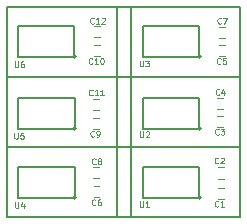
<source format=gbr>
G04 #@! TF.FileFunction,Legend,Top*
%FSLAX46Y46*%
G04 Gerber Fmt 4.6, Leading zero omitted, Abs format (unit mm)*
G04 Created by KiCad (PCBNEW 4.0.7-e2-6376~58~ubuntu16.04.1) date Tue Jul 31 21:03:08 2018*
%MOMM*%
%LPD*%
G01*
G04 APERTURE LIST*
%ADD10C,0.100000*%
%ADD11C,0.200000*%
%ADD12C,0.150000*%
%ADD13C,0.120000*%
G04 APERTURE END LIST*
D10*
D11*
X133080000Y-101110000D02*
X152830000Y-101110000D01*
X152830000Y-95160000D02*
X152830000Y-95140000D01*
X133080000Y-95160000D02*
X152830000Y-95160000D01*
X143610000Y-107060000D02*
X143610000Y-89240000D01*
X142390000Y-89230000D02*
X142390000Y-107070000D01*
X133080000Y-89240000D02*
X133080000Y-89330000D01*
X152830000Y-89240000D02*
X133080000Y-89240000D01*
X152830000Y-107070000D02*
X152830000Y-89240000D01*
X133080000Y-107070000D02*
X152830000Y-107070000D01*
X133080000Y-89340000D02*
X133080000Y-107070000D01*
D12*
X149487475Y-105400000D02*
G75*
G03X149487475Y-105400000I-127475J0D01*
G01*
X148560000Y-105400000D02*
X144560000Y-105400000D01*
X144560000Y-105400000D02*
X144560000Y-102800000D01*
X144560000Y-102800000D02*
X149360000Y-102800000D01*
X149360000Y-102800000D02*
X149360000Y-105400000D01*
X149360000Y-105400000D02*
X148560000Y-105400000D01*
D13*
X151420000Y-104560000D02*
X150920000Y-104560000D01*
X150920000Y-105500000D02*
X151420000Y-105500000D01*
X151420000Y-102830000D02*
X150920000Y-102830000D01*
X150920000Y-103770000D02*
X151420000Y-103770000D01*
X151350000Y-98480000D02*
X150850000Y-98480000D01*
X150850000Y-99420000D02*
X151350000Y-99420000D01*
X151350000Y-96980000D02*
X150850000Y-96980000D01*
X150850000Y-97920000D02*
X151350000Y-97920000D01*
X151530000Y-92480000D02*
X151030000Y-92480000D01*
X151030000Y-93420000D02*
X151530000Y-93420000D01*
X140900000Y-104420000D02*
X140400000Y-104420000D01*
X140400000Y-105360000D02*
X140900000Y-105360000D01*
X151530000Y-90900000D02*
X151030000Y-90900000D01*
X151030000Y-91840000D02*
X151530000Y-91840000D01*
X140880000Y-102820000D02*
X140380000Y-102820000D01*
X140380000Y-103760000D02*
X140880000Y-103760000D01*
X140890000Y-98610000D02*
X140390000Y-98610000D01*
X140390000Y-99550000D02*
X140890000Y-99550000D01*
X140930000Y-92470000D02*
X140430000Y-92470000D01*
X140430000Y-93410000D02*
X140930000Y-93410000D01*
X140890000Y-97010000D02*
X140390000Y-97010000D01*
X140390000Y-97950000D02*
X140890000Y-97950000D01*
X140940000Y-90870000D02*
X140440000Y-90870000D01*
X140440000Y-91810000D02*
X140940000Y-91810000D01*
D12*
X149487475Y-99540000D02*
G75*
G03X149487475Y-99540000I-127475J0D01*
G01*
X148560000Y-99540000D02*
X144560000Y-99540000D01*
X144560000Y-99540000D02*
X144560000Y-96940000D01*
X144560000Y-96940000D02*
X149360000Y-96940000D01*
X149360000Y-96940000D02*
X149360000Y-99540000D01*
X149360000Y-99540000D02*
X148560000Y-99540000D01*
X149487475Y-93450000D02*
G75*
G03X149487475Y-93450000I-127475J0D01*
G01*
X148560000Y-93450000D02*
X144560000Y-93450000D01*
X144560000Y-93450000D02*
X144560000Y-90850000D01*
X144560000Y-90850000D02*
X149360000Y-90850000D01*
X149360000Y-90850000D02*
X149360000Y-93450000D01*
X149360000Y-93450000D02*
X148560000Y-93450000D01*
X138917475Y-105390000D02*
G75*
G03X138917475Y-105390000I-127475J0D01*
G01*
X137990000Y-105390000D02*
X133990000Y-105390000D01*
X133990000Y-105390000D02*
X133990000Y-102790000D01*
X133990000Y-102790000D02*
X138790000Y-102790000D01*
X138790000Y-102790000D02*
X138790000Y-105390000D01*
X138790000Y-105390000D02*
X137990000Y-105390000D01*
X138917475Y-99540000D02*
G75*
G03X138917475Y-99540000I-127475J0D01*
G01*
X137990000Y-99540000D02*
X133990000Y-99540000D01*
X133990000Y-99540000D02*
X133990000Y-96940000D01*
X133990000Y-96940000D02*
X138790000Y-96940000D01*
X138790000Y-96940000D02*
X138790000Y-99540000D01*
X138790000Y-99540000D02*
X137990000Y-99540000D01*
X138897475Y-93450000D02*
G75*
G03X138897475Y-93450000I-127475J0D01*
G01*
X137970000Y-93450000D02*
X133970000Y-93450000D01*
X133970000Y-93450000D02*
X133970000Y-90850000D01*
X133970000Y-90850000D02*
X138770000Y-90850000D01*
X138770000Y-90850000D02*
X138770000Y-93450000D01*
X138770000Y-93450000D02*
X137970000Y-93450000D01*
D10*
X144319048Y-105666190D02*
X144319048Y-106070952D01*
X144342857Y-106118571D01*
X144366667Y-106142381D01*
X144414286Y-106166190D01*
X144509524Y-106166190D01*
X144557143Y-106142381D01*
X144580952Y-106118571D01*
X144604762Y-106070952D01*
X144604762Y-105666190D01*
X145104762Y-106166190D02*
X144819048Y-106166190D01*
X144961905Y-106166190D02*
X144961905Y-105666190D01*
X144914286Y-105737619D01*
X144866667Y-105785238D01*
X144819048Y-105809048D01*
X150976667Y-106108571D02*
X150952857Y-106132381D01*
X150881429Y-106156190D01*
X150833810Y-106156190D01*
X150762381Y-106132381D01*
X150714762Y-106084762D01*
X150690953Y-106037143D01*
X150667143Y-105941905D01*
X150667143Y-105870476D01*
X150690953Y-105775238D01*
X150714762Y-105727619D01*
X150762381Y-105680000D01*
X150833810Y-105656190D01*
X150881429Y-105656190D01*
X150952857Y-105680000D01*
X150976667Y-105703810D01*
X151452857Y-106156190D02*
X151167143Y-106156190D01*
X151310000Y-106156190D02*
X151310000Y-105656190D01*
X151262381Y-105727619D01*
X151214762Y-105775238D01*
X151167143Y-105799048D01*
X150976667Y-102448571D02*
X150952857Y-102472381D01*
X150881429Y-102496190D01*
X150833810Y-102496190D01*
X150762381Y-102472381D01*
X150714762Y-102424762D01*
X150690953Y-102377143D01*
X150667143Y-102281905D01*
X150667143Y-102210476D01*
X150690953Y-102115238D01*
X150714762Y-102067619D01*
X150762381Y-102020000D01*
X150833810Y-101996190D01*
X150881429Y-101996190D01*
X150952857Y-102020000D01*
X150976667Y-102043810D01*
X151167143Y-102043810D02*
X151190953Y-102020000D01*
X151238572Y-101996190D01*
X151357619Y-101996190D01*
X151405238Y-102020000D01*
X151429048Y-102043810D01*
X151452857Y-102091429D01*
X151452857Y-102139048D01*
X151429048Y-102210476D01*
X151143334Y-102496190D01*
X151452857Y-102496190D01*
X151006667Y-99998571D02*
X150982857Y-100022381D01*
X150911429Y-100046190D01*
X150863810Y-100046190D01*
X150792381Y-100022381D01*
X150744762Y-99974762D01*
X150720953Y-99927143D01*
X150697143Y-99831905D01*
X150697143Y-99760476D01*
X150720953Y-99665238D01*
X150744762Y-99617619D01*
X150792381Y-99570000D01*
X150863810Y-99546190D01*
X150911429Y-99546190D01*
X150982857Y-99570000D01*
X151006667Y-99593810D01*
X151173334Y-99546190D02*
X151482857Y-99546190D01*
X151316191Y-99736667D01*
X151387619Y-99736667D01*
X151435238Y-99760476D01*
X151459048Y-99784286D01*
X151482857Y-99831905D01*
X151482857Y-99950952D01*
X151459048Y-99998571D01*
X151435238Y-100022381D01*
X151387619Y-100046190D01*
X151244762Y-100046190D01*
X151197143Y-100022381D01*
X151173334Y-99998571D01*
X151036667Y-96638571D02*
X151012857Y-96662381D01*
X150941429Y-96686190D01*
X150893810Y-96686190D01*
X150822381Y-96662381D01*
X150774762Y-96614762D01*
X150750953Y-96567143D01*
X150727143Y-96471905D01*
X150727143Y-96400476D01*
X150750953Y-96305238D01*
X150774762Y-96257619D01*
X150822381Y-96210000D01*
X150893810Y-96186190D01*
X150941429Y-96186190D01*
X151012857Y-96210000D01*
X151036667Y-96233810D01*
X151465238Y-96352857D02*
X151465238Y-96686190D01*
X151346191Y-96162381D02*
X151227143Y-96519524D01*
X151536667Y-96519524D01*
X151156667Y-94018571D02*
X151132857Y-94042381D01*
X151061429Y-94066190D01*
X151013810Y-94066190D01*
X150942381Y-94042381D01*
X150894762Y-93994762D01*
X150870953Y-93947143D01*
X150847143Y-93851905D01*
X150847143Y-93780476D01*
X150870953Y-93685238D01*
X150894762Y-93637619D01*
X150942381Y-93590000D01*
X151013810Y-93566190D01*
X151061429Y-93566190D01*
X151132857Y-93590000D01*
X151156667Y-93613810D01*
X151609048Y-93566190D02*
X151370953Y-93566190D01*
X151347143Y-93804286D01*
X151370953Y-93780476D01*
X151418572Y-93756667D01*
X151537619Y-93756667D01*
X151585238Y-93780476D01*
X151609048Y-93804286D01*
X151632857Y-93851905D01*
X151632857Y-93970952D01*
X151609048Y-94018571D01*
X151585238Y-94042381D01*
X151537619Y-94066190D01*
X151418572Y-94066190D01*
X151370953Y-94042381D01*
X151347143Y-94018571D01*
X140546667Y-105988571D02*
X140522857Y-106012381D01*
X140451429Y-106036190D01*
X140403810Y-106036190D01*
X140332381Y-106012381D01*
X140284762Y-105964762D01*
X140260953Y-105917143D01*
X140237143Y-105821905D01*
X140237143Y-105750476D01*
X140260953Y-105655238D01*
X140284762Y-105607619D01*
X140332381Y-105560000D01*
X140403810Y-105536190D01*
X140451429Y-105536190D01*
X140522857Y-105560000D01*
X140546667Y-105583810D01*
X140975238Y-105536190D02*
X140880000Y-105536190D01*
X140832381Y-105560000D01*
X140808572Y-105583810D01*
X140760953Y-105655238D01*
X140737143Y-105750476D01*
X140737143Y-105940952D01*
X140760953Y-105988571D01*
X140784762Y-106012381D01*
X140832381Y-106036190D01*
X140927619Y-106036190D01*
X140975238Y-106012381D01*
X140999048Y-105988571D01*
X141022857Y-105940952D01*
X141022857Y-105821905D01*
X140999048Y-105774286D01*
X140975238Y-105750476D01*
X140927619Y-105726667D01*
X140832381Y-105726667D01*
X140784762Y-105750476D01*
X140760953Y-105774286D01*
X140737143Y-105821905D01*
X151196667Y-90608571D02*
X151172857Y-90632381D01*
X151101429Y-90656190D01*
X151053810Y-90656190D01*
X150982381Y-90632381D01*
X150934762Y-90584762D01*
X150910953Y-90537143D01*
X150887143Y-90441905D01*
X150887143Y-90370476D01*
X150910953Y-90275238D01*
X150934762Y-90227619D01*
X150982381Y-90180000D01*
X151053810Y-90156190D01*
X151101429Y-90156190D01*
X151172857Y-90180000D01*
X151196667Y-90203810D01*
X151363334Y-90156190D02*
X151696667Y-90156190D01*
X151482381Y-90656190D01*
X140566667Y-102508571D02*
X140542857Y-102532381D01*
X140471429Y-102556190D01*
X140423810Y-102556190D01*
X140352381Y-102532381D01*
X140304762Y-102484762D01*
X140280953Y-102437143D01*
X140257143Y-102341905D01*
X140257143Y-102270476D01*
X140280953Y-102175238D01*
X140304762Y-102127619D01*
X140352381Y-102080000D01*
X140423810Y-102056190D01*
X140471429Y-102056190D01*
X140542857Y-102080000D01*
X140566667Y-102103810D01*
X140852381Y-102270476D02*
X140804762Y-102246667D01*
X140780953Y-102222857D01*
X140757143Y-102175238D01*
X140757143Y-102151429D01*
X140780953Y-102103810D01*
X140804762Y-102080000D01*
X140852381Y-102056190D01*
X140947619Y-102056190D01*
X140995238Y-102080000D01*
X141019048Y-102103810D01*
X141042857Y-102151429D01*
X141042857Y-102175238D01*
X141019048Y-102222857D01*
X140995238Y-102246667D01*
X140947619Y-102270476D01*
X140852381Y-102270476D01*
X140804762Y-102294286D01*
X140780953Y-102318095D01*
X140757143Y-102365714D01*
X140757143Y-102460952D01*
X140780953Y-102508571D01*
X140804762Y-102532381D01*
X140852381Y-102556190D01*
X140947619Y-102556190D01*
X140995238Y-102532381D01*
X141019048Y-102508571D01*
X141042857Y-102460952D01*
X141042857Y-102365714D01*
X141019048Y-102318095D01*
X140995238Y-102294286D01*
X140947619Y-102270476D01*
X140446667Y-100188571D02*
X140422857Y-100212381D01*
X140351429Y-100236190D01*
X140303810Y-100236190D01*
X140232381Y-100212381D01*
X140184762Y-100164762D01*
X140160953Y-100117143D01*
X140137143Y-100021905D01*
X140137143Y-99950476D01*
X140160953Y-99855238D01*
X140184762Y-99807619D01*
X140232381Y-99760000D01*
X140303810Y-99736190D01*
X140351429Y-99736190D01*
X140422857Y-99760000D01*
X140446667Y-99783810D01*
X140684762Y-100236190D02*
X140780000Y-100236190D01*
X140827619Y-100212381D01*
X140851429Y-100188571D01*
X140899048Y-100117143D01*
X140922857Y-100021905D01*
X140922857Y-99831429D01*
X140899048Y-99783810D01*
X140875238Y-99760000D01*
X140827619Y-99736190D01*
X140732381Y-99736190D01*
X140684762Y-99760000D01*
X140660953Y-99783810D01*
X140637143Y-99831429D01*
X140637143Y-99950476D01*
X140660953Y-99998095D01*
X140684762Y-100021905D01*
X140732381Y-100045714D01*
X140827619Y-100045714D01*
X140875238Y-100021905D01*
X140899048Y-99998095D01*
X140922857Y-99950476D01*
X140308572Y-94018571D02*
X140284762Y-94042381D01*
X140213334Y-94066190D01*
X140165715Y-94066190D01*
X140094286Y-94042381D01*
X140046667Y-93994762D01*
X140022858Y-93947143D01*
X139999048Y-93851905D01*
X139999048Y-93780476D01*
X140022858Y-93685238D01*
X140046667Y-93637619D01*
X140094286Y-93590000D01*
X140165715Y-93566190D01*
X140213334Y-93566190D01*
X140284762Y-93590000D01*
X140308572Y-93613810D01*
X140784762Y-94066190D02*
X140499048Y-94066190D01*
X140641905Y-94066190D02*
X140641905Y-93566190D01*
X140594286Y-93637619D01*
X140546667Y-93685238D01*
X140499048Y-93709048D01*
X141094286Y-93566190D02*
X141141905Y-93566190D01*
X141189524Y-93590000D01*
X141213333Y-93613810D01*
X141237143Y-93661429D01*
X141260952Y-93756667D01*
X141260952Y-93875714D01*
X141237143Y-93970952D01*
X141213333Y-94018571D01*
X141189524Y-94042381D01*
X141141905Y-94066190D01*
X141094286Y-94066190D01*
X141046667Y-94042381D01*
X141022857Y-94018571D01*
X140999048Y-93970952D01*
X140975238Y-93875714D01*
X140975238Y-93756667D01*
X140999048Y-93661429D01*
X141022857Y-93613810D01*
X141046667Y-93590000D01*
X141094286Y-93566190D01*
X140318572Y-96688571D02*
X140294762Y-96712381D01*
X140223334Y-96736190D01*
X140175715Y-96736190D01*
X140104286Y-96712381D01*
X140056667Y-96664762D01*
X140032858Y-96617143D01*
X140009048Y-96521905D01*
X140009048Y-96450476D01*
X140032858Y-96355238D01*
X140056667Y-96307619D01*
X140104286Y-96260000D01*
X140175715Y-96236190D01*
X140223334Y-96236190D01*
X140294762Y-96260000D01*
X140318572Y-96283810D01*
X140794762Y-96736190D02*
X140509048Y-96736190D01*
X140651905Y-96736190D02*
X140651905Y-96236190D01*
X140604286Y-96307619D01*
X140556667Y-96355238D01*
X140509048Y-96379048D01*
X141270952Y-96736190D02*
X140985238Y-96736190D01*
X141128095Y-96736190D02*
X141128095Y-96236190D01*
X141080476Y-96307619D01*
X141032857Y-96355238D01*
X140985238Y-96379048D01*
X140428572Y-90598571D02*
X140404762Y-90622381D01*
X140333334Y-90646190D01*
X140285715Y-90646190D01*
X140214286Y-90622381D01*
X140166667Y-90574762D01*
X140142858Y-90527143D01*
X140119048Y-90431905D01*
X140119048Y-90360476D01*
X140142858Y-90265238D01*
X140166667Y-90217619D01*
X140214286Y-90170000D01*
X140285715Y-90146190D01*
X140333334Y-90146190D01*
X140404762Y-90170000D01*
X140428572Y-90193810D01*
X140904762Y-90646190D02*
X140619048Y-90646190D01*
X140761905Y-90646190D02*
X140761905Y-90146190D01*
X140714286Y-90217619D01*
X140666667Y-90265238D01*
X140619048Y-90289048D01*
X141095238Y-90193810D02*
X141119048Y-90170000D01*
X141166667Y-90146190D01*
X141285714Y-90146190D01*
X141333333Y-90170000D01*
X141357143Y-90193810D01*
X141380952Y-90241429D01*
X141380952Y-90289048D01*
X141357143Y-90360476D01*
X141071429Y-90646190D01*
X141380952Y-90646190D01*
X144329048Y-99786190D02*
X144329048Y-100190952D01*
X144352857Y-100238571D01*
X144376667Y-100262381D01*
X144424286Y-100286190D01*
X144519524Y-100286190D01*
X144567143Y-100262381D01*
X144590952Y-100238571D01*
X144614762Y-100190952D01*
X144614762Y-99786190D01*
X144829048Y-99833810D02*
X144852858Y-99810000D01*
X144900477Y-99786190D01*
X145019524Y-99786190D01*
X145067143Y-99810000D01*
X145090953Y-99833810D01*
X145114762Y-99881429D01*
X145114762Y-99929048D01*
X145090953Y-100000476D01*
X144805239Y-100286190D01*
X145114762Y-100286190D01*
X144319048Y-93786190D02*
X144319048Y-94190952D01*
X144342857Y-94238571D01*
X144366667Y-94262381D01*
X144414286Y-94286190D01*
X144509524Y-94286190D01*
X144557143Y-94262381D01*
X144580952Y-94238571D01*
X144604762Y-94190952D01*
X144604762Y-93786190D01*
X144795239Y-93786190D02*
X145104762Y-93786190D01*
X144938096Y-93976667D01*
X145009524Y-93976667D01*
X145057143Y-94000476D01*
X145080953Y-94024286D01*
X145104762Y-94071905D01*
X145104762Y-94190952D01*
X145080953Y-94238571D01*
X145057143Y-94262381D01*
X145009524Y-94286190D01*
X144866667Y-94286190D01*
X144819048Y-94262381D01*
X144795239Y-94238571D01*
X133749048Y-105766190D02*
X133749048Y-106170952D01*
X133772857Y-106218571D01*
X133796667Y-106242381D01*
X133844286Y-106266190D01*
X133939524Y-106266190D01*
X133987143Y-106242381D01*
X134010952Y-106218571D01*
X134034762Y-106170952D01*
X134034762Y-105766190D01*
X134487143Y-105932857D02*
X134487143Y-106266190D01*
X134368096Y-105742381D02*
X134249048Y-106099524D01*
X134558572Y-106099524D01*
X133699048Y-99906190D02*
X133699048Y-100310952D01*
X133722857Y-100358571D01*
X133746667Y-100382381D01*
X133794286Y-100406190D01*
X133889524Y-100406190D01*
X133937143Y-100382381D01*
X133960952Y-100358571D01*
X133984762Y-100310952D01*
X133984762Y-99906190D01*
X134460953Y-99906190D02*
X134222858Y-99906190D01*
X134199048Y-100144286D01*
X134222858Y-100120476D01*
X134270477Y-100096667D01*
X134389524Y-100096667D01*
X134437143Y-100120476D01*
X134460953Y-100144286D01*
X134484762Y-100191905D01*
X134484762Y-100310952D01*
X134460953Y-100358571D01*
X134437143Y-100382381D01*
X134389524Y-100406190D01*
X134270477Y-100406190D01*
X134222858Y-100382381D01*
X134199048Y-100358571D01*
X133719048Y-93846190D02*
X133719048Y-94250952D01*
X133742857Y-94298571D01*
X133766667Y-94322381D01*
X133814286Y-94346190D01*
X133909524Y-94346190D01*
X133957143Y-94322381D01*
X133980952Y-94298571D01*
X134004762Y-94250952D01*
X134004762Y-93846190D01*
X134457143Y-93846190D02*
X134361905Y-93846190D01*
X134314286Y-93870000D01*
X134290477Y-93893810D01*
X134242858Y-93965238D01*
X134219048Y-94060476D01*
X134219048Y-94250952D01*
X134242858Y-94298571D01*
X134266667Y-94322381D01*
X134314286Y-94346190D01*
X134409524Y-94346190D01*
X134457143Y-94322381D01*
X134480953Y-94298571D01*
X134504762Y-94250952D01*
X134504762Y-94131905D01*
X134480953Y-94084286D01*
X134457143Y-94060476D01*
X134409524Y-94036667D01*
X134314286Y-94036667D01*
X134266667Y-94060476D01*
X134242858Y-94084286D01*
X134219048Y-94131905D01*
M02*

</source>
